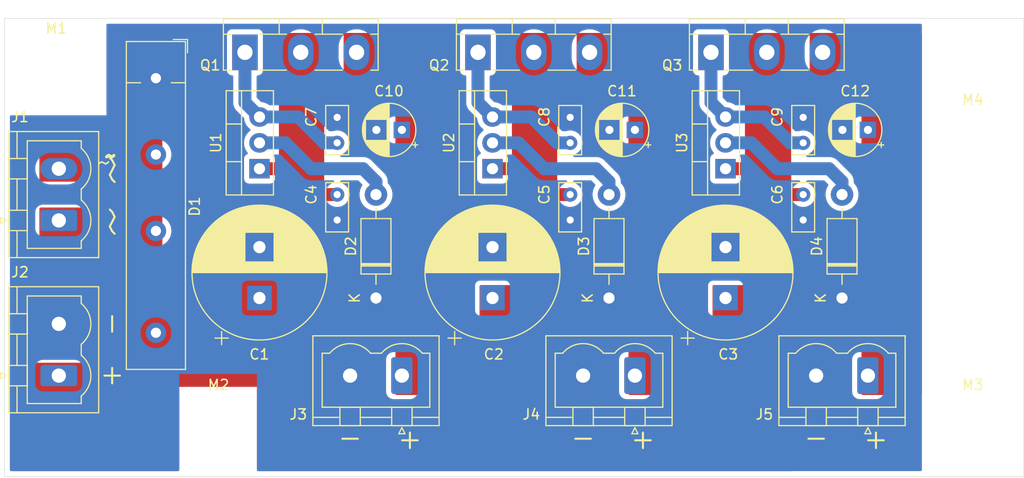
<source format=kicad_pcb>
(kicad_pcb (version 20171130) (host pcbnew 5.1.9-1.fc33)
  (layers (0 F.Cu signal) (31 B.Cu signal) (34 B.Paste user) (35 F.Paste user) (36 B.SilkS user) (37 F.SilkS user) (38 B.Mask user) (39 F.Mask user) (44 Edge.Cuts user))
  (net 0 "")
  (net 1 /GND)
  (net 2 /VCC)
  (net 3 /+15V)
  (net 4 "Net-(C7-Pad1)")
  (net 5 /+12V)
  (net 6 /+5V)
  (net 7 "Net-(D1-Pad2)")
  (net 8 "Net-(D1-Pad3)")
  (net 9 "Net-(D2-Pad2)")
  (net 10 "Net-(D3-Pad2)")
  (net 11 "Net-(D4-Pad2)")
  (net 12 "Net-(C8-Pad1)")
  (net 13 "Net-(C9-Pad1)")
  (module MountingHole:MountingHole_3mm (layer F.Cu) (at 190 90)
    (fp_text reference M3 (at 0 -4) (layer F.SilkS))
    (fp_text value MountingHole_3mm)
    (pad 1 np_thru_hole circle (at 0 0) (size 3 3) (drill 3) (layers *.Cu *.Mask))
  )
  (module MountingHole:MountingHole_3mm (layer F.Cu) (at 190 54)
    (fp_text reference M4 (at 0 4) (layer F.SilkS))
    (fp_text value MountingHole_3mm)
    (pad 1 np_thru_hole circle (at 0 0) (size 3 3) (drill 3) (layers *.Cu *.Mask))
  )
  (module MountingHole:MountingHole_3mm (layer F.Cu) (at 116 90)
    (fp_text reference M2 (at 0 -4) (layer F.SilkS))
    (fp_text value MountingHole_3mm)
    (pad 1 np_thru_hole circle (at 0 0) (size 3 3) (drill 3) (layers *.Cu *.Mask))
  )
  (module MountingHole:MountingHole_3mm (layer F.Cu) (at 100 55)
    (fp_text reference M1 (at 0.08 -4) (layer F.SilkS))
    (fp_text value MountingHole_3mm)
    (pad 1 np_thru_hole circle (at 0 0) (size 3 3) (drill 3) (layers *.Cu *.Mask))
  )
  (module Connector_Phoenix_MSTB:PhoenixContact_MSTBVA_2,5_2-G-5,08_1x02_P5.08mm_Vertical (layer F.Cu) (at 100.33 85.09 90)
    (fp_text reference J2 (at 10.16 -3.81 180) (layer F.SilkS))
    (fp_text value Conn_01x02_Female)
    (pad 2 thru_hole oval (at 5.08 0 90) (size 2.08 3.6) (drill 1.4) (layers *.Cu *.Mask) (net 1 /GND))
    (pad 1 thru_hole roundrect (at 0 0 90) (size 2.08 3.6) (drill 1.4) (layers *.Cu *.Mask) (roundrect_rratio 0.1201918269230769) (net 2 /VCC))
  )
  (module Capacitor_THT:CP_Radial_D5.0mm_P2.50mm (layer F.Cu) (at 133.985 60.96 180)
    (fp_text reference C10 (at 1.27 3.81) (layer F.SilkS))
    (fp_text value 22u)
    (pad 2 thru_hole circle (at 2.5 0 180) (size 1.6 1.6) (drill 0.8) (layers *.Cu *.Mask) (net 1 /GND))
    (pad 1 thru_hole rect (at 0 0 180) (size 1.6 1.6) (drill 0.8) (layers *.Cu *.Mask) (net 3 /+15V))
  )
  (module Diode_THT:Diode_Bridge_32.0x5.6x17.0mm_P10.0mm_P7.5mm (layer F.Cu) (at 109.855 55.88 270)
    (fp_text reference D1 (at 12.6 -3.8 270) (layer F.SilkS))
    (fp_text value GSIB2520)
    (pad 1 thru_hole rect (at 0 0 270) (size 2 2) (drill 1) (layers *.Cu *.Mask) (net 1 /GND))
    (pad 2 thru_hole circle (at 7.5 0 270) (size 2 2) (drill 1) (layers *.Cu *.Mask) (net 7 "Net-(D1-Pad2)"))
    (pad 3 thru_hole circle (at 15 0 270) (size 2 2) (drill 1) (layers *.Cu *.Mask) (net 8 "Net-(D1-Pad3)"))
    (pad 4 thru_hole circle (at 25 0 270) (size 2 2) (drill 1) (layers *.Cu *.Mask) (net 2 /VCC))
  )
  (module Connector_Phoenix_MSTB:PhoenixContact_MSTBVA_2,5_2-G-5,08_1x02_P5.08mm_Vertical (layer F.Cu) (at 179.705 85.09 180)
    (fp_text reference J5 (at 10.16 -3.81) (layer F.SilkS))
    (fp_text value Conn_01x02_Female)
    (pad 2 thru_hole oval (at 5.08 0 180) (size 2.08 3.6) (drill 1.4) (layers *.Cu *.Mask) (net 1 /GND))
    (pad 1 thru_hole roundrect (at 0 0 180) (size 2.08 3.6) (drill 1.4) (layers *.Cu *.Mask) (roundrect_rratio 0.1201918269230769) (net 6 /+5V))
  )
  (module Connector_Phoenix_MSTB:PhoenixContact_MSTBVA_2,5_2-G-5,08_1x02_P5.08mm_Vertical (layer F.Cu) (at 156.845 85.09 180)
    (fp_text reference J4 (at 10.16 -3.81) (layer F.SilkS))
    (fp_text value Conn_01x02_Female)
    (pad 2 thru_hole oval (at 5.08 0 180) (size 2.08 3.6) (drill 1.4) (layers *.Cu *.Mask) (net 1 /GND))
    (pad 1 thru_hole roundrect (at 0 0 180) (size 2.08 3.6) (drill 1.4) (layers *.Cu *.Mask) (roundrect_rratio 0.1201918269230769) (net 5 /+12V))
  )
  (module Connector_Phoenix_MSTB:PhoenixContact_MSTBVA_2,5_2-G-5,08_1x02_P5.08mm_Vertical (layer F.Cu) (at 133.985 85.09 180)
    (fp_text reference J3 (at 10.16 -3.81) (layer F.SilkS))
    (fp_text value Conn_01x02_Female)
    (pad 2 thru_hole oval (at 5.08 0 180) (size 2.08 3.6) (drill 1.4) (layers *.Cu *.Mask) (net 1 /GND))
    (pad 1 thru_hole roundrect (at 0 0 180) (size 2.08 3.6) (drill 1.4) (layers *.Cu *.Mask) (roundrect_rratio 0.1201918269230769) (net 3 /+15V))
  )
  (module Connector_Phoenix_MSTB:PhoenixContact_MSTBVA_2,5_2-G-5,08_1x02_P5.08mm_Vertical (layer F.Cu) (at 100.33 69.85 90)
    (fp_text reference J1 (at 10.16 -3.81 180) (layer F.SilkS))
    (fp_text value Conn_01x02_Female)
    (pad 2 thru_hole oval (at 5.08 0 90) (size 2.08 3.6) (drill 1.4) (layers *.Cu *.Mask) (net 7 "Net-(D1-Pad2)"))
    (pad 1 thru_hole roundrect (at 0 0 90) (size 2.08 3.6) (drill 1.4) (layers *.Cu *.Mask) (roundrect_rratio 0.1201918269230769) (net 8 "Net-(D1-Pad3)"))
  )
  (module Package_TO_SOT_THT:TO-220-3_Vertical (layer F.Cu) (at 165.735 64.77 90)
    (fp_text reference U3 (at 2.54 -4.27 90) (layer F.SilkS))
    (fp_text value LM7805_TO220)
    (pad 3 thru_hole oval (at 5.08 0 90) (size 1.905 2) (drill 1.1) (layers *.Cu *.Mask) (net 13 "Net-(C9-Pad1)"))
    (pad 2 thru_hole oval (at 2.54 0 90) (size 1.905 2) (drill 1.1) (layers *.Cu *.Mask) (net 11 "Net-(D4-Pad2)"))
    (pad 1 thru_hole rect (at 0 0 90) (size 1.905 2) (drill 1.1) (layers *.Cu *.Mask) (net 2 /VCC))
  )
  (module Package_TO_SOT_THT:TO-220-3_Vertical (layer F.Cu) (at 142.875 64.77 90)
    (fp_text reference U2 (at 2.54 -4.27 90) (layer F.SilkS))
    (fp_text value LM7812_TO220)
    (pad 3 thru_hole oval (at 5.08 0 90) (size 1.905 2) (drill 1.1) (layers *.Cu *.Mask) (net 12 "Net-(C8-Pad1)"))
    (pad 2 thru_hole oval (at 2.54 0 90) (size 1.905 2) (drill 1.1) (layers *.Cu *.Mask) (net 10 "Net-(D3-Pad2)"))
    (pad 1 thru_hole rect (at 0 0 90) (size 1.905 2) (drill 1.1) (layers *.Cu *.Mask) (net 2 /VCC))
  )
  (module Package_TO_SOT_THT:TO-220-3_Vertical (layer F.Cu) (at 120.015 64.77 90)
    (fp_text reference U1 (at 2.54 -4.27 90) (layer F.SilkS))
    (fp_text value LM7815_TO220)
    (pad 3 thru_hole oval (at 5.08 0 90) (size 1.905 2) (drill 1.1) (layers *.Cu *.Mask) (net 4 "Net-(C7-Pad1)"))
    (pad 2 thru_hole oval (at 2.54 0 90) (size 1.905 2) (drill 1.1) (layers *.Cu *.Mask) (net 9 "Net-(D2-Pad2)"))
    (pad 1 thru_hole rect (at 0 0 90) (size 1.905 2) (drill 1.1) (layers *.Cu *.Mask) (net 2 /VCC))
  )
  (module Package_TO_SOT_THT:TO-218-3_Vertical (layer F.Cu) (at 164.31 53.34)
    (fp_text reference Q3 (at -3.81 1.27) (layer F.SilkS))
    (fp_text value TIP3055)
    (pad 3 thru_hole oval (at 10.95 0) (size 2.5 3.5) (drill 1.5) (layers *.Cu *.Mask) (net 6 /+5V))
    (pad 2 thru_hole oval (at 5.475 0) (size 2.5 3.5) (drill 1.5) (layers *.Cu *.Mask) (net 2 /VCC))
    (pad 1 thru_hole rect (at 0 0) (size 2.5 3.5) (drill 1.5) (layers *.Cu *.Mask) (net 13 "Net-(C9-Pad1)"))
  )
  (module Package_TO_SOT_THT:TO-218-3_Vertical (layer F.Cu) (at 141.45 53.34)
    (fp_text reference Q2 (at -3.81 1.27) (layer F.SilkS))
    (fp_text value TIP3055)
    (pad 3 thru_hole oval (at 10.95 0) (size 2.5 3.5) (drill 1.5) (layers *.Cu *.Mask) (net 5 /+12V))
    (pad 2 thru_hole oval (at 5.475 0) (size 2.5 3.5) (drill 1.5) (layers *.Cu *.Mask) (net 2 /VCC))
    (pad 1 thru_hole rect (at 0 0) (size 2.5 3.5) (drill 1.5) (layers *.Cu *.Mask) (net 12 "Net-(C8-Pad1)"))
  )
  (module Package_TO_SOT_THT:TO-218-3_Vertical (layer F.Cu) (at 118.59 53.34)
    (fp_text reference Q1 (at -3.415 1.27) (layer F.SilkS))
    (fp_text value TIP3055)
    (pad 3 thru_hole oval (at 10.95 0) (size 2.5 3.5) (drill 1.5) (layers *.Cu *.Mask) (net 3 /+15V))
    (pad 2 thru_hole oval (at 5.475 0) (size 2.5 3.5) (drill 1.5) (layers *.Cu *.Mask) (net 2 /VCC))
    (pad 1 thru_hole rect (at 0 0) (size 2.5 3.5) (drill 1.5) (layers *.Cu *.Mask) (net 4 "Net-(C7-Pad1)"))
  )
  (module Diode_THT:D_DO-41_SOD81_P10.16mm_Horizontal (layer F.Cu) (at 177.165 77.47 90)
    (fp_text reference D4 (at 5.08 -2.47 90) (layer F.SilkS))
    (fp_text value 1N4001)
    (fp_text user K (at 0 -2.1 90) (layer F.SilkS))
    (pad 2 thru_hole oval (at 10.16 0 90) (size 2.2 2.2) (drill 1.1) (layers *.Cu *.Mask) (net 11 "Net-(D4-Pad2)"))
    (pad 1 thru_hole rect (at 0 0 90) (size 2.2 2.2) (drill 1.1) (layers *.Cu *.Mask) (net 1 /GND))
  )
  (module Diode_THT:D_DO-41_SOD81_P10.16mm_Horizontal (layer F.Cu) (at 154.305 77.47 90)
    (fp_text reference D3 (at 5.08 -2.47 90) (layer F.SilkS))
    (fp_text value 1N4001)
    (fp_text user K (at 0 -2.1 90) (layer F.SilkS))
    (pad 2 thru_hole oval (at 10.16 0 90) (size 2.2 2.2) (drill 1.1) (layers *.Cu *.Mask) (net 10 "Net-(D3-Pad2)"))
    (pad 1 thru_hole rect (at 0 0 90) (size 2.2 2.2) (drill 1.1) (layers *.Cu *.Mask) (net 1 /GND))
  )
  (module Diode_THT:D_DO-41_SOD81_P10.16mm_Horizontal (layer F.Cu) (at 131.445 77.47 90)
    (fp_text reference D2 (at 5.08 -2.47 90) (layer F.SilkS))
    (fp_text value 1N4001)
    (fp_text user K (at 0 -2.1 90) (layer F.SilkS))
    (pad 2 thru_hole oval (at 10.16 0 90) (size 2.2 2.2) (drill 1.1) (layers *.Cu *.Mask) (net 9 "Net-(D2-Pad2)"))
    (pad 1 thru_hole rect (at 0 0 90) (size 2.2 2.2) (drill 1.1) (layers *.Cu *.Mask) (net 1 /GND))
  )
  (module Capacitor_THT:CP_Radial_D5.0mm_P2.50mm (layer F.Cu) (at 179.705 60.96 180)
    (fp_text reference C12 (at 1.25 3.81) (layer F.SilkS))
    (fp_text value 22u)
    (pad 1 thru_hole rect (at 0 0 180) (size 1.6 1.6) (drill 0.8) (layers *.Cu *.Mask) (net 6 /+5V))
    (pad 2 thru_hole circle (at 2.5 0 180) (size 1.6 1.6) (drill 0.8) (layers *.Cu *.Mask) (net 1 /GND))
  )
  (module Capacitor_THT:C_Rect_L4.6mm_W2.0mm_P2.50mm_MKS02_FKP02 (layer F.Cu) (at 173.355 62.23 90)
    (fp_text reference C9 (at 2.54 -2.54 90) (layer F.SilkS))
    (fp_text value 100n)
    (pad 2 thru_hole circle (at 2.5 0 90) (size 1.4 1.4) (drill 0.7) (layers *.Cu *.Mask) (net 1 /GND))
    (pad 1 thru_hole circle (at 0 0 90) (size 1.4 1.4) (drill 0.7) (layers *.Cu *.Mask) (net 13 "Net-(C9-Pad1)"))
  )
  (module Capacitor_THT:C_Rect_L4.6mm_W2.0mm_P2.50mm_MKS02_FKP02 (layer F.Cu) (at 173.355 67.31 270)
    (fp_text reference C6 (at 0 2.54 90) (layer F.SilkS))
    (fp_text value 100n)
    (pad 1 thru_hole circle (at 0 0 270) (size 1.4 1.4) (drill 0.7) (layers *.Cu *.Mask) (net 2 /VCC))
    (pad 2 thru_hole circle (at 2.5 0 270) (size 1.4 1.4) (drill 0.7) (layers *.Cu *.Mask) (net 1 /GND))
  )
  (module Capacitor_THT:CP_Radial_D13.0mm_P5.00mm (layer F.Cu) (at 165.735 77.47 90)
    (fp_text reference C3 (at -5.53 0.265 180) (layer F.SilkS))
    (fp_text value 470u)
    (pad 2 thru_hole circle (at 5 0 90) (size 2.4 2.4) (drill 1.2) (layers *.Cu *.Mask) (net 1 /GND))
    (pad 1 thru_hole rect (at 0 0 90) (size 2.4 2.4) (drill 1.2) (layers *.Cu *.Mask) (net 2 /VCC))
  )
  (module Capacitor_THT:CP_Radial_D5.0mm_P2.50mm (layer F.Cu) (at 156.845 60.96 180)
    (fp_text reference C11 (at 1.27 3.81) (layer F.SilkS))
    (fp_text value 22u)
    (pad 2 thru_hole circle (at 2.5 0 180) (size 1.6 1.6) (drill 0.8) (layers *.Cu *.Mask) (net 1 /GND))
    (pad 1 thru_hole rect (at 0 0 180) (size 1.6 1.6) (drill 0.8) (layers *.Cu *.Mask) (net 5 /+12V))
  )
  (module Capacitor_THT:C_Rect_L4.6mm_W2.0mm_P2.50mm_MKS02_FKP02 (layer F.Cu) (at 150.495 62.23 90)
    (fp_text reference C8 (at 2.54 -2.54 90) (layer F.SilkS))
    (fp_text value 100n)
    (pad 2 thru_hole circle (at 2.5 0 90) (size 1.4 1.4) (drill 0.7) (layers *.Cu *.Mask) (net 1 /GND))
    (pad 1 thru_hole circle (at 0 0 90) (size 1.4 1.4) (drill 0.7) (layers *.Cu *.Mask) (net 12 "Net-(C8-Pad1)"))
  )
  (module Capacitor_THT:C_Rect_L4.6mm_W2.0mm_P2.50mm_MKS02_FKP02 (layer F.Cu) (at 150.495 67.31 270)
    (fp_text reference C5 (at 0 2.54 90) (layer F.SilkS))
    (fp_text value 100n)
    (pad 2 thru_hole circle (at 2.5 0 270) (size 1.4 1.4) (drill 0.7) (layers *.Cu *.Mask) (net 1 /GND))
    (pad 1 thru_hole circle (at 0 0 270) (size 1.4 1.4) (drill 0.7) (layers *.Cu *.Mask) (net 2 /VCC))
  )
  (module Capacitor_THT:CP_Radial_D13.0mm_P5.00mm (layer F.Cu) (at 142.875 77.47 90)
    (fp_text reference C2 (at -5.53 0.125 180) (layer F.SilkS))
    (fp_text value 470u)
    (pad 2 thru_hole circle (at 5 0 90) (size 2.4 2.4) (drill 1.2) (layers *.Cu *.Mask) (net 1 /GND))
    (pad 1 thru_hole rect (at 0 0 90) (size 2.4 2.4) (drill 1.2) (layers *.Cu *.Mask) (net 2 /VCC))
  )
  (module Capacitor_THT:C_Rect_L4.6mm_W2.0mm_P2.50mm_MKS02_FKP02 (layer F.Cu) (at 127.635 62.23 90)
    (fp_text reference C7 (at 2.54 -2.54 90) (layer F.SilkS))
    (fp_text value 100n)
    (pad 2 thru_hole circle (at 2.5 0 90) (size 1.4 1.4) (drill 0.7) (layers *.Cu *.Mask) (net 1 /GND))
    (pad 1 thru_hole circle (at 0 0 90) (size 1.4 1.4) (drill 0.7) (layers *.Cu *.Mask) (net 4 "Net-(C7-Pad1)"))
  )
  (module Capacitor_THT:C_Rect_L4.6mm_W2.0mm_P2.50mm_MKS02_FKP02 (layer F.Cu) (at 127.635 67.31 270)
    (fp_text reference C4 (at 0 2.54 90) (layer F.SilkS))
    (fp_text value 100n)
    (pad 2 thru_hole circle (at 2.5 0 270) (size 1.4 1.4) (drill 0.7) (layers *.Cu *.Mask) (net 1 /GND))
    (pad 1 thru_hole circle (at 0 0 270) (size 1.4 1.4) (drill 0.7) (layers *.Cu *.Mask) (net 2 /VCC))
  )
  (module Capacitor_THT:CP_Radial_D13.0mm_P5.00mm (layer F.Cu) (at 120.015 77.47 90)
    (fp_text reference C1 (at -5.53 -0.015 180) (layer F.SilkS))
    (fp_text value 470u)
    (pad 2 thru_hole circle (at 5 0 90) (size 2.4 2.4) (drill 1.2) (layers *.Cu *.Mask) (net 1 /GND))
    (pad 1 thru_hole rect (at 0 0 90) (size 2.4 2.4) (drill 1.2) (layers *.Cu *.Mask) (net 2 /VCC))
  )
  (gr_text - (at 174.625 91.44 180) (layer F.SilkS) (effects (font (size 2 2) (thickness 0.2))))
  (gr_text + (at 180.34 91.44 90) (layer F.SilkS) (effects (font (size 2 2) (thickness 0.2))))
  (gr_text - (at 151.765 91.44 180) (layer F.SilkS) (effects (font (size 2 2) (thickness 0.2))))
  (gr_text + (at 157.48 91.44 90) (layer F.SilkS) (effects (font (size 2 2) (thickness 0.2))))
  (gr_text + (at 134.62 91.44 90) (layer F.SilkS) (effects (font (size 2 2) (thickness 0.2))))
  (gr_text - (at 128.905 91.44 180) (layer F.SilkS) (effects (font (size 2 2) (thickness 0.2))))
  (gr_text + (at 105.41 85.09 90) (layer F.SilkS) (effects (font (size 2 2) (thickness 0.2))))
  (gr_text - (at 105.41 80.01 90) (layer F.SilkS) (effects (font (size 2 2) (thickness 0.2))))
  (gr_text ~~ (at 105.41 69.85 90) (layer F.SilkS) (effects (font (size 5 5) (thickness 0.2))))
  (gr_text ~~ (at 105.41 64.77 90) (layer F.SilkS) (effects (font (size 5 5) (thickness 0.2))))
  (gr_text ~ (at 104.775 64.135) (layer F.SilkS) (effects (font (size 2 2))))
  (gr_text ~ (at 105.41 63.5) (layer F.SilkS) (effects (font (size 1.5 1.5) (thickness 0.3))))
  (gr_line (start 195 50) (end 95 50) (layer Edge.Cuts) (width 0.05))
  (gr_line (start 195 95) (end 195 50) (layer Edge.Cuts) (width 0.05))
  (gr_line (start 95 95) (end 195 95) (layer Edge.Cuts) (width 0.05))
  (gr_line (start 95 50) (end 95 95) (layer Edge.Cuts) (width 0.05))
  (segment (start 120.015 64.77) (end 123.825 64.77) (width 1.27) (layer F.Cu) (net 2))
  (segment (start 142.875 64.77) (end 146.685 64.77) (width 1.27) (layer F.Cu) (net 2))
  (segment (start 150.495 67.31) (end 146.685 67.31) (width 1.27) (layer F.Cu) (net 2))
  (segment (start 127.635 67.31) (end 123.825 67.31) (width 1.27) (layer F.Cu) (net 2))
  (segment (start 173.355 67.31) (end 169.545 67.31) (width 1.27) (layer F.Cu) (net 2))
  (segment (start 165.735 64.77) (end 169.545 64.77) (width 1.27) (layer F.Cu) (net 2))
  (segment (start 118.59 58.265) (end 120.015 59.69) (width 1.27) (layer B.Cu) (net 4))
  (segment (start 118.59 53.34) (end 118.59 58.265) (width 1.27) (layer B.Cu) (net 4))
  (segment (start 126.365 62.23) (end 127.635 62.23) (width 1.27) (layer B.Cu) (net 4))
  (segment (start 123.825 59.69) (end 126.365 62.23) (width 1.27) (layer B.Cu) (net 4))
  (segment (start 120.015 59.69) (end 123.825 59.69) (width 1.27) (layer B.Cu) (net 4))
  (segment (start 141.45 58.265) (end 141.45 53.34) (width 1.27) (layer B.Cu) (net 12))
  (segment (start 142.875 59.69) (end 141.45 58.265) (width 1.27) (layer B.Cu) (net 12))
  (segment (start 142.875 59.69) (end 146.685 59.69) (width 1.27) (layer B.Cu) (net 12))
  (segment (start 146.685 59.69) (end 149.225 62.23) (width 1.27) (layer B.Cu) (net 12))
  (segment (start 149.225 62.23) (end 150.495 62.23) (width 1.27) (layer B.Cu) (net 12))
  (segment (start 164.31 58.265) (end 165.735 59.69) (width 1.27) (layer B.Cu) (net 13))
  (segment (start 164.31 53.34) (end 164.31 58.265) (width 1.27) (layer B.Cu) (net 13))
  (segment (start 165.735 59.69) (end 169.545 59.69) (width 1.27) (layer B.Cu) (net 13))
  (segment (start 172.085 62.23) (end 173.355 62.23) (width 1.27) (layer B.Cu) (net 13))
  (segment (start 169.545 59.69) (end 172.085 62.23) (width 1.27) (layer B.Cu) (net 13))
  (segment (start 120.015 62.23) (end 122.555 62.23) (width 1.27) (layer B.Cu) (net 9))
  (segment (start 122.555 62.23) (end 125.095 64.77) (width 1.27) (layer B.Cu) (net 9))
  (segment (start 125.095 64.77) (end 130.175 64.77) (width 1.27) (layer B.Cu) (net 9))
  (segment (start 130.175 64.77) (end 131.445 66.04) (width 1.27) (layer B.Cu) (net 9))
  (segment (start 131.445 66.04) (end 131.445 67.31) (width 1.27) (layer B.Cu) (net 9))
  (segment (start 142.875 62.23) (end 145.415 62.23) (width 1.27) (layer B.Cu) (net 10))
  (segment (start 145.415 62.23) (end 147.955 64.77) (width 1.27) (layer B.Cu) (net 10))
  (segment (start 147.955 64.77) (end 153.035 64.77) (width 1.27) (layer B.Cu) (net 10))
  (segment (start 153.035 64.77) (end 154.305 66.04) (width 1.27) (layer B.Cu) (net 10))
  (segment (start 154.305 66.04) (end 154.305 67.31) (width 1.27) (layer B.Cu) (net 10))
  (segment (start 165.735 62.23) (end 168.275 62.23) (width 1.27) (layer B.Cu) (net 11))
  (segment (start 168.275 62.23) (end 170.815 64.77) (width 1.27) (layer B.Cu) (net 11))
  (segment (start 170.815 64.77) (end 175.895 64.77) (width 1.27) (layer B.Cu) (net 11))
  (segment (start 177.165 66.04) (end 177.165 67.31) (width 1.27) (layer B.Cu) (net 11))
  (segment (start 175.895 64.77) (end 177.165 66.04) (width 1.27) (layer B.Cu) (net 11))
  (zone (net 1) (net_name /GND) (layer B.Cu) (connect_pads yes (clearance 0.508)) (min_thickness 0.254) (fill yes (arc_segments 32) (thermal_gap 0.508) (thermal_bridge_width 0.508))
    (polygon (pts (xy 185 95.1475) (xy 119.765 94.8525) (xy 119.765 84.925) (xy 112.145 84.925) (xy 112.145 95) (xy 95 95) (xy 95 59.525) (xy 105 59.525) (xy 105 50) (xy 185 50)))
  )
  (zone (net 2) (net_name /VCC) (layer F.Cu) (connect_pads yes (clearance 0.508)) (min_thickness 0.254) (fill yes (arc_segments 32) (thermal_gap 0.508) (thermal_bridge_width 0.508))
    (polygon (pts (xy 126.365 87.63) (xy 141.605 87.63) (xy 141.605 76.2) (xy 144.78 76.2) (xy 144.78 51.435) (xy 149.225 51.435) (xy 149.225 87.63) (xy 164.465 87.63) (xy 164.465 76.2) (xy 167.64 76.2) (xy 167.64 51.435) (xy 172.085 51.435) (xy 172.4025 95.0375) (xy 119.765 94.9625) (xy 119.765 86.195) (xy 112.145 86.195) (xy 112.145 94.9625) (xy 95.25 95.0375) (xy 95.25 83.82) (xy 104.525 83.82) (xy 104.525 75.4) (xy 121.92 75.4) (xy 121.92 51.435) (xy 126.365 51.435)))
  )
  (zone (net 3) (net_name /+15V) (layer F.Cu) (connect_pads yes (clearance 0.508)) (min_thickness 0.254) (fill yes (arc_segments 32) (thermal_gap 0.508) (thermal_bridge_width 0.508))
    (polygon (pts (xy 139.065 86.995) (xy 133.35 86.995) (xy 133.35 57.15) (xy 128.27 57.15) (xy 128.27 51.435) (xy 139.065 51.435)))
  )
  (zone (net 5) (net_name /+12V) (layer F.Cu) (connect_pads yes (clearance 0.508)) (min_thickness 0.254) (fill yes (arc_segments 32) (thermal_gap 0.508) (thermal_bridge_width 0.508))
    (polygon (pts (xy 161.925 86.995) (xy 156.21 86.995) (xy 156.21 57.15) (xy 151.13 57.15) (xy 151.13 51.435) (xy 161.925 51.435)))
  )
  (zone (net 6) (net_name /+5V) (layer F.Cu) (connect_pads yes (clearance 0.508)) (min_thickness 0.254) (fill yes (arc_segments 32) (thermal_gap 0.508) (thermal_bridge_width 0.508))
    (polygon (pts (xy 185 86.995) (xy 179.07 86.995) (xy 179.07 57.15) (xy 173.99 57.15) (xy 173.99 51.435) (xy 185 51.435)))
  )
  (zone (net 8) (net_name "Net-(D1-Pad3)") (layer F.Cu) (connect_pads yes (clearance 0.508)) (min_thickness 0.254) (fill yes (arc_segments 32) (thermal_gap 0.508) (thermal_bridge_width 0.508))
    (polygon (pts (xy 110.49 74.295) (xy 98.425 74.295) (xy 98.425 68.58) (xy 110.49 68.58)))
  )
  (zone (net 7) (net_name "Net-(D1-Pad2)") (layer F.Cu) (connect_pads yes (clearance 0.508)) (min_thickness 0.254) (fill yes (arc_segments 32) (thermal_gap 0.508) (thermal_bridge_width 0.508))
    (polygon (pts (xy 110.49 66.04) (xy 98.425 66.04) (xy 98.425 60.325) (xy 110.49 60.325)))
  )
)
</source>
